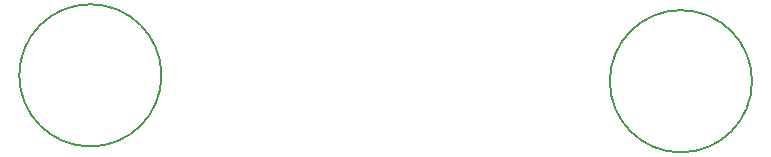
<source format=gbr>
%TF.GenerationSoftware,KiCad,Pcbnew,8.0.0*%
%TF.CreationDate,2024-03-10T20:39:49-05:00*%
%TF.ProjectId,B-Sides 2024,422d5369-6465-4732-9032-3032342e6b69,rev?*%
%TF.SameCoordinates,Original*%
%TF.FileFunction,Other,Comment*%
%FSLAX46Y46*%
G04 Gerber Fmt 4.6, Leading zero omitted, Abs format (unit mm)*
G04 Created by KiCad (PCBNEW 8.0.0) date 2024-03-10 20:39:49*
%MOMM*%
%LPD*%
G01*
G04 APERTURE LIST*
%ADD10C,0.150000*%
G04 APERTURE END LIST*
D10*
%TO.C,H2*%
X81020797Y-37000000D02*
G75*
G02*
X68979203Y-37000000I-6020797J0D01*
G01*
X68979203Y-37000000D02*
G75*
G02*
X81020797Y-37000000I6020797J0D01*
G01*
%TO.C,H1*%
X131020797Y-37500000D02*
G75*
G02*
X118979203Y-37500000I-6020797J0D01*
G01*
X118979203Y-37500000D02*
G75*
G02*
X131020797Y-37500000I6020797J0D01*
G01*
%TD*%
M02*

</source>
